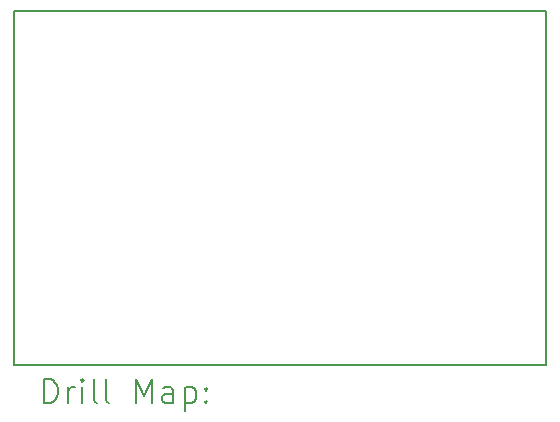
<source format=gbr>
%TF.GenerationSoftware,KiCad,Pcbnew,7.0.10-7.0.10~ubuntu20.04.1*%
%TF.CreationDate,2024-06-13T14:44:52-03:00*%
%TF.ProjectId,Fonte_corrente_mono_V01b_compacto,466f6e74-655f-4636-9f72-72656e74655f,rev?*%
%TF.SameCoordinates,Original*%
%TF.FileFunction,Drillmap*%
%TF.FilePolarity,Positive*%
%FSLAX45Y45*%
G04 Gerber Fmt 4.5, Leading zero omitted, Abs format (unit mm)*
G04 Created by KiCad (PCBNEW 7.0.10-7.0.10~ubuntu20.04.1) date 2024-06-13 14:44:52*
%MOMM*%
%LPD*%
G01*
G04 APERTURE LIST*
%ADD10C,0.150000*%
%ADD11C,0.200000*%
G04 APERTURE END LIST*
D10*
X19520000Y-11230000D02*
X24020000Y-11230000D01*
X19520000Y-8230000D02*
X24020000Y-8230000D01*
X19520000Y-11230000D02*
X19520000Y-8230000D01*
X24020000Y-11230000D02*
X24020000Y-8230000D01*
D11*
X19773277Y-11548984D02*
X19773277Y-11348984D01*
X19773277Y-11348984D02*
X19820896Y-11348984D01*
X19820896Y-11348984D02*
X19849467Y-11358508D01*
X19849467Y-11358508D02*
X19868515Y-11377555D01*
X19868515Y-11377555D02*
X19878039Y-11396603D01*
X19878039Y-11396603D02*
X19887563Y-11434698D01*
X19887563Y-11434698D02*
X19887563Y-11463269D01*
X19887563Y-11463269D02*
X19878039Y-11501365D01*
X19878039Y-11501365D02*
X19868515Y-11520412D01*
X19868515Y-11520412D02*
X19849467Y-11539460D01*
X19849467Y-11539460D02*
X19820896Y-11548984D01*
X19820896Y-11548984D02*
X19773277Y-11548984D01*
X19973277Y-11548984D02*
X19973277Y-11415650D01*
X19973277Y-11453746D02*
X19982801Y-11434698D01*
X19982801Y-11434698D02*
X19992324Y-11425174D01*
X19992324Y-11425174D02*
X20011372Y-11415650D01*
X20011372Y-11415650D02*
X20030420Y-11415650D01*
X20097086Y-11548984D02*
X20097086Y-11415650D01*
X20097086Y-11348984D02*
X20087563Y-11358508D01*
X20087563Y-11358508D02*
X20097086Y-11368031D01*
X20097086Y-11368031D02*
X20106610Y-11358508D01*
X20106610Y-11358508D02*
X20097086Y-11348984D01*
X20097086Y-11348984D02*
X20097086Y-11368031D01*
X20220896Y-11548984D02*
X20201848Y-11539460D01*
X20201848Y-11539460D02*
X20192324Y-11520412D01*
X20192324Y-11520412D02*
X20192324Y-11348984D01*
X20325658Y-11548984D02*
X20306610Y-11539460D01*
X20306610Y-11539460D02*
X20297086Y-11520412D01*
X20297086Y-11520412D02*
X20297086Y-11348984D01*
X20554229Y-11548984D02*
X20554229Y-11348984D01*
X20554229Y-11348984D02*
X20620896Y-11491841D01*
X20620896Y-11491841D02*
X20687563Y-11348984D01*
X20687563Y-11348984D02*
X20687563Y-11548984D01*
X20868515Y-11548984D02*
X20868515Y-11444222D01*
X20868515Y-11444222D02*
X20858991Y-11425174D01*
X20858991Y-11425174D02*
X20839944Y-11415650D01*
X20839944Y-11415650D02*
X20801848Y-11415650D01*
X20801848Y-11415650D02*
X20782801Y-11425174D01*
X20868515Y-11539460D02*
X20849467Y-11548984D01*
X20849467Y-11548984D02*
X20801848Y-11548984D01*
X20801848Y-11548984D02*
X20782801Y-11539460D01*
X20782801Y-11539460D02*
X20773277Y-11520412D01*
X20773277Y-11520412D02*
X20773277Y-11501365D01*
X20773277Y-11501365D02*
X20782801Y-11482317D01*
X20782801Y-11482317D02*
X20801848Y-11472793D01*
X20801848Y-11472793D02*
X20849467Y-11472793D01*
X20849467Y-11472793D02*
X20868515Y-11463269D01*
X20963753Y-11415650D02*
X20963753Y-11615650D01*
X20963753Y-11425174D02*
X20982801Y-11415650D01*
X20982801Y-11415650D02*
X21020896Y-11415650D01*
X21020896Y-11415650D02*
X21039944Y-11425174D01*
X21039944Y-11425174D02*
X21049467Y-11434698D01*
X21049467Y-11434698D02*
X21058991Y-11453746D01*
X21058991Y-11453746D02*
X21058991Y-11510888D01*
X21058991Y-11510888D02*
X21049467Y-11529936D01*
X21049467Y-11529936D02*
X21039944Y-11539460D01*
X21039944Y-11539460D02*
X21020896Y-11548984D01*
X21020896Y-11548984D02*
X20982801Y-11548984D01*
X20982801Y-11548984D02*
X20963753Y-11539460D01*
X21144705Y-11529936D02*
X21154229Y-11539460D01*
X21154229Y-11539460D02*
X21144705Y-11548984D01*
X21144705Y-11548984D02*
X21135182Y-11539460D01*
X21135182Y-11539460D02*
X21144705Y-11529936D01*
X21144705Y-11529936D02*
X21144705Y-11548984D01*
X21144705Y-11425174D02*
X21154229Y-11434698D01*
X21154229Y-11434698D02*
X21144705Y-11444222D01*
X21144705Y-11444222D02*
X21135182Y-11434698D01*
X21135182Y-11434698D02*
X21144705Y-11425174D01*
X21144705Y-11425174D02*
X21144705Y-11444222D01*
M02*

</source>
